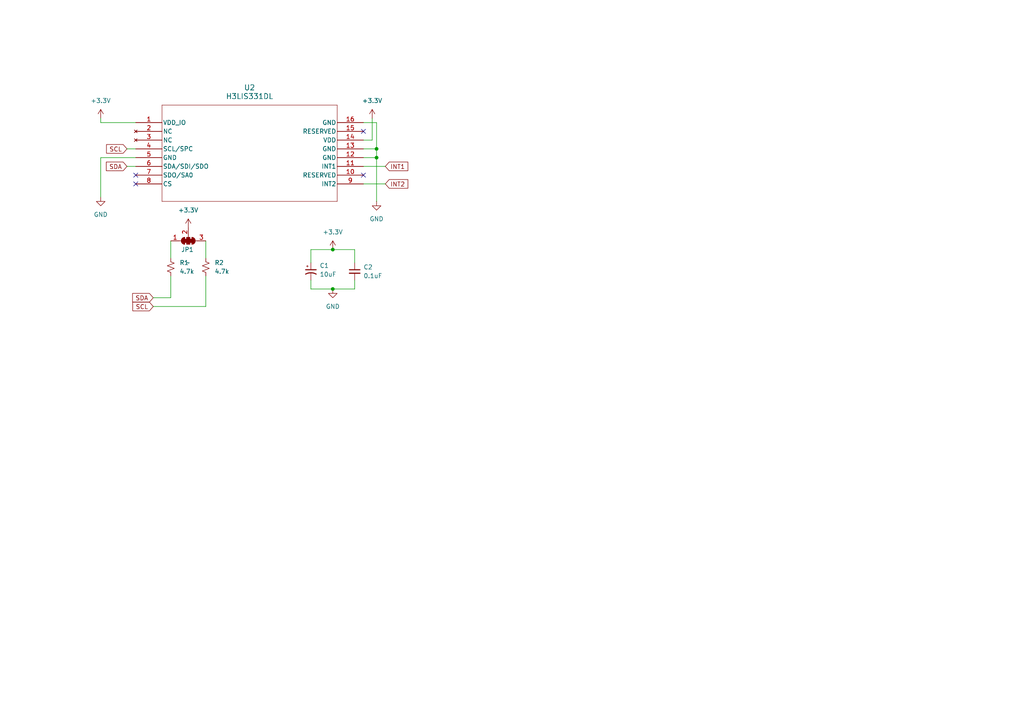
<source format=kicad_sch>
(kicad_sch (version 20250114) (generator "eeschema") (generator_version "9.0")
  (paper "A4")
  (lib_symbols
    (symbol "2026-02-07_23-51-03:H3LIS331DL" (pin_names (offset 0.254))
      (property "Reference" "U" (at 33.02 10.16 0))
      (property "Value" "H3LIS331DL" (at 33.02 7.62 0))
      (symbol "H3LIS331DL_0_1"
        (polyline (pts (xy 7.62 5.08) (xy 7.62 -22.86)) (stroke (width 0.127)))
        (polyline (pts (xy 7.62 -22.86) (xy 58.42 -22.86)) (stroke (width 0.127)))
        (polyline (pts (xy 58.42 5.08) (xy 7.62 5.08)) (stroke (width 0.127)))
        (polyline (pts (xy 58.42 -22.86) (xy 58.42 5.08)) (stroke (width 0.127)))
        (pin power_in line (at 0 0 0) (length 7.62) (name "VDD_IO") (number "1"))
        (pin no_connect line (at 0 -2.54 0) (length 7.62) (name "NC") (number "2"))
        (pin no_connect line (at 0 -5.08 0) (length 7.62) (name "NC") (number "3"))
        (pin bidirectional line (at 0 -7.62 0) (length 7.62) (name "SCL/SPC") (number "4"))
        (pin power_out line (at 0 -10.16 0) (length 7.62) (name "GND") (number "5"))
        (pin bidirectional line (at 0 -12.7 0) (length 7.62) (name "SDA/SDI/SDO") (number "6"))
        (pin bidirectional line (at 0 -15.24 0) (length 7.62) (name "SDO/SA0") (number "7"))
        (pin input line (at 0 -17.78 0) (length 7.62) (name "CS") (number "8"))
        (pin power_out line (at 66.04 0 180) (length 7.62) (name "GND") (number "16"))
        (pin power_out line (at 66.04 -2.54 180) (length 7.62) (name "RESERVED") (number "15"))
        (pin power_in line (at 66.04 -5.08 180) (length 7.62) (name "VDD") (number "14"))
        (pin power_out line (at 66.04 -7.62 180) (length 7.62) (name "GND") (number "13"))
        (pin power_out line (at 66.04 -10.16 180) (length 7.62) (name "GND") (number "12"))
        (pin output line (at 66.04 -12.7 180) (length 7.62) (name "INT1") (number "11"))
        (pin power_out line (at 66.04 -15.24 180) (length 7.62) (name "RESERVED") (number "10"))
        (pin output line (at 66.04 -17.78 180) (length 7.62) (name "INT2") (number "9"))
      )
    )
    (symbol "Device:C_Polarized_Small_US" (pin_numbers (hide yes)) (pin_names (offset 0.254) (hide yes))
      (property "Reference" "C" (at 0.254 1.778 0))
      (property "Value" "C_Polarized_Small_US" (at 0.254 -2.032 0))
      (symbol "C_Polarized_Small_US_0_1"
        (polyline (pts (xy -1.524 0.508) (xy 1.524 0.508)) (stroke (width 0.3048)))
        (polyline (pts (xy -1.27 1.524) (xy -0.762 1.524)))
        (polyline (pts (xy -1.016 1.27) (xy -1.016 1.778)))
        (arc (start -1.524 -0.762) (mid 0 -0.3734) (end 1.524 -0.762) (stroke (width 0.3048)))
      )
      (symbol "C_Polarized_Small_US_1_1"
        (pin passive line (at 0 2.54 270) (length 2.032) (name "~") (number "1"))
        (pin passive line (at 0 -2.54 90) (length 2.032) (name "~") (number "2"))
      )
    )
    (symbol "Device:C_Small" (pin_numbers (hide yes)) (pin_names (offset 0.254) (hide yes))
      (property "Reference" "C" (at 0.254 1.778 0))
      (property "Value" "C_Small" (at 0.254 -2.032 0))
      (symbol "C_Small_0_1"
        (polyline (pts (xy -1.524 0.508) (xy 1.524 0.508)) (stroke (width 0.3048)))
        (polyline (pts (xy -1.524 -0.508) (xy 1.524 -0.508)) (stroke (width 0.3302)))
      )
      (symbol "C_Small_1_1"
        (pin passive line (at 0 2.54 270) (length 2.032) (name "~") (number "1"))
        (pin passive line (at 0 -2.54 90) (length 2.032) (name "~") (number "2"))
      )
    )
    (symbol "Device:R_Small_US" (pin_numbers (hide yes)) (pin_names (offset 0.254) (hide yes))
      (property "Reference" "R" (at 0.762 0.508 0))
      (property "Value" "R_Small_US" (at 0.762 -1.016 0))
      (symbol "R_Small_US_1_1"
        (polyline (pts (xy 0 1.524) (xy 1.016 1.143) (xy 0 0.762) (xy -1.016 0.381) (xy 0 0)))
        (polyline (pts (xy 0 0) (xy 1.016 -0.381) (xy 0 -0.762) (xy -1.016 -1.143) (xy 0 -1.524)))
        (pin passive line (at 0 2.54 270) (length 1.016) (name "~") (number "1"))
        (pin passive line (at 0 -2.54 90) (length 1.016) (name "~") (number "2"))
      )
    )
    (symbol "Jumper:SolderJumper_3_Bridged123" (pin_names (offset 0) (hide yes)) (in_bom no)
      (property "Reference" "JP" (at -2.54 -2.54 0))
      (property "Value" "SolderJumper_3_Bridged123" (at 0 2.794 0))
      (symbol "SolderJumper_3_Bridged123_0_1"
        (polyline (pts (xy -2.54 0) (xy -2.032 0)))
        (polyline (pts (xy -1.016 1.016) (xy -1.016 -1.016)))
        (rectangle (start -1.016 0.508) (end -0.508 -0.508) (fill (type outline)))
        (arc (start -1.016 -1.016) (mid -2.0276 0) (end -1.016 1.016))
        (arc (start -1.016 -1.016) (mid -2.0276 0) (end -1.016 1.016) (fill (type outline)))
        (rectangle (start -0.508 1.016) (end 0.508 -1.016) (fill (type outline)))
        (polyline (pts (xy 0 -1.27) (xy 0 -1.016)))
        (rectangle (start 0.508 0.508) (end 1.016 -0.508) (fill (type outline)))
        (arc (start 1.016 1.016) (mid 2.0276 0) (end 1.016 -1.016))
        (arc (start 1.016 1.016) (mid 2.0276 0) (end 1.016 -1.016) (fill (type outline)))
        (polyline (pts (xy 1.016 1.016) (xy 1.016 -1.016)))
        (polyline (pts (xy 2.54 0) (xy 2.032 0)))
      )
      (symbol "SolderJumper_3_Bridged123_1_1"
        (pin passive line (at -5.08 0 0) (length 2.54) (name "A") (number "1"))
        (pin passive line (at 0 -3.81 90) (length 2.54) (name "C") (number "2"))
        (pin passive line (at 5.08 0 180) (length 2.54) (name "B") (number "3"))
      )
    )
    (symbol "power:+3.3V" (power) (pin_numbers (hide yes)) (pin_names (offset 0) (hide yes))
      (property "Value" "+3.3V" (at 0 3.556 0))
      (symbol "+3.3V_0_1"
        (polyline (pts (xy -0.762 1.27) (xy 0 2.54)))
        (polyline (pts (xy 0 2.54) (xy 0.762 1.27)))
        (polyline (pts (xy 0 0) (xy 0 2.54)))
      )
      (symbol "+3.3V_1_1"
        (pin power_in line (at 0 0 90) (length 0) (name "~") (number "1"))
      )
    )
    (symbol "power:GND" (power) (pin_numbers (hide yes)) (pin_names (offset 0) (hide yes))
      (property "Value" "GND" (at 0 -3.81 0))
      (symbol "GND_0_1"
        (polyline (pts (xy 0 0) (xy 0 -1.27) (xy 1.27 -1.27) (xy 0 -2.54) (xy -1.27 -1.27) (xy 0 -1.27)))
      )
      (symbol "GND_1_1"
        (pin power_in line (at 0 0 270) (length 0) (name "~") (number "1"))
      )
    )
  )
  (junction (at 109.22 45.72))
  (junction (at 109.22 43.18))
  (junction (at 96.52 83.82))
  (junction (at 96.52 72.39))
  (no_connect (at 39.37 50.8))
  (no_connect (at 105.41 38.1))
  (no_connect (at 105.41 50.8))
  (no_connect (at 39.37 53.34))
  (wire (pts (xy 36.83 43.18) (xy 39.37 43.18)))
  (wire (pts (xy 90.17 72.39) (xy 96.52 72.39)))
  (wire (pts (xy 105.41 40.64) (xy 107.95 40.64)))
  (wire (pts (xy 90.17 76.2) (xy 90.17 72.39)))
  (wire (pts (xy 44.45 86.36) (xy 49.53 86.36)))
  (wire (pts (xy 29.21 45.72) (xy 29.21 57.15)))
  (wire (pts (xy 90.17 83.82) (xy 90.17 81.28)))
  (wire (pts (xy 49.53 69.85) (xy 49.53 74.93)))
  (wire (pts (xy 105.41 35.56) (xy 109.22 35.56)))
  (wire (pts (xy 102.87 76.2) (xy 102.87 72.39)))
  (wire (pts (xy 105.41 48.26) (xy 111.76 48.26)))
  (wire (pts (xy 29.21 35.56) (xy 29.21 34.29)))
  (wire (pts (xy 109.22 35.56) (xy 109.22 43.18)))
  (wire (pts (xy 39.37 35.56) (xy 29.21 35.56)))
  (wire (pts (xy 109.22 58.42) (xy 109.22 45.72)))
  (wire (pts (xy 109.22 45.72) (xy 109.22 43.18)))
  (wire (pts (xy 102.87 83.82) (xy 102.87 81.28)))
  (wire (pts (xy 105.41 45.72) (xy 109.22 45.72)))
  (wire (pts (xy 36.83 48.26) (xy 39.37 48.26)))
  (wire (pts (xy 44.45 88.9) (xy 59.69 88.9)))
  (wire (pts (xy 105.41 53.34) (xy 111.76 53.34)))
  (wire (pts (xy 102.87 72.39) (xy 96.52 72.39)))
  (wire (pts (xy 105.41 43.18) (xy 109.22 43.18)))
  (wire (pts (xy 29.21 45.72) (xy 39.37 45.72)))
  (wire (pts (xy 107.95 40.64) (xy 107.95 34.29)))
  (wire (pts (xy 96.52 83.82) (xy 90.17 83.82)))
  (wire (pts (xy 59.69 69.85) (xy 59.69 74.93)))
  (wire (pts (xy 96.52 83.82) (xy 102.87 83.82)))
  (wire (pts (xy 49.53 86.36) (xy 49.53 80.01)))
  (wire (pts (xy 59.69 88.9) (xy 59.69 80.01)))
  (global_label "SCL" (shape input) (at 44.45 88.9 180) (property "Intersheetrefs" "${INTERSHEET_REFS}" (effects (hide yes))))
  (global_label "INT1" (shape input) (at 111.76 48.26 0) (property "Intersheetrefs" "${INTERSHEET_REFS}" (effects (hide yes))))
  (global_label "SCL" (shape input) (at 36.83 43.18 180) (property "Intersheetrefs" "${INTERSHEET_REFS}" (effects (hide yes))))
  (global_label "INT2" (shape input) (at 111.76 53.34 0) (property "Intersheetrefs" "${INTERSHEET_REFS}" (effects (hide yes))))
  (global_label "SDA" (shape input) (at 44.45 86.36 180) (property "Intersheetrefs" "${INTERSHEET_REFS}" (effects (hide yes))))
  (global_label "SDA" (shape input) (at 36.83 48.26 180) (property "Intersheetrefs" "${INTERSHEET_REFS}" (effects (hide yes))))
  (symbol (lib_id "power:GND") (at 109.22 58.42 0) (mirror y) (unit 1)
    (property "Reference" "#PWR01" (effects (hide yes)))
    (property "Value" "GND" (at 109.22 63.5 0))
    (property "Description" "Power symbol creates a global label with name \"GND\" , ground" (effects (hide yes)))
  )
  (symbol (lib_id "Device:C_Polarized_Small_US") (at 90.17 78.74 0) (unit 1)
    (property "Reference" "C1" (at 92.71 77.0381 0) (effects (justify left)))
    (property "Value" "10uF" (at 92.71 79.5781 0) (effects (justify left)))
    (property "Description" "Polarized capacitor, small US symbol" (effects (hide yes)))
  )
  (symbol (lib_id "Device:R_Small_US") (at 59.69 77.47 0) (unit 1)
    (property "Reference" "R2" (at 62.23 76.1999 0) (effects (justify left)))
    (property "Value" "4.7k" (at 62.23 78.7399 0) (effects (justify left)))
    (property "Description" "Resistor, small US symbol" (effects (hide yes)))
  )
  (symbol (lib_id "power:+3.3V") (at 107.95 34.29 0) (unit 1)
    (property "Reference" "#PWR02" (effects (hide yes)))
    (property "Value" "+3.3V" (at 107.95 29.21 0))
    (property "Description" "Power symbol creates a global label with name \"+3.3V\"" (effects (hide yes)))
  )
  (symbol (lib_id "power:GND") (at 29.21 57.15 0) (unit 1)
    (property "Reference" "#PWR04" (effects (hide yes)))
    (property "Value" "GND" (at 29.21 62.23 0))
    (property "Description" "Power symbol creates a global label with name \"GND\" , ground" (effects (hide yes)))
  )
  (symbol (lib_id "Device:C_Small") (at 102.87 78.74 0) (unit 1)
    (property "Reference" "C2" (at 105.41 77.4762 0) (effects (justify left)))
    (property "Value" "0.1uF" (at 105.41 80.0162 0) (effects (justify left)))
    (property "Description" "Unpolarized capacitor, small symbol" (effects (hide yes)))
  )
  (symbol (lib_id "power:+3.3V") (at 54.61 66.04 0) (unit 1)
    (property "Reference" "#PWR07" (effects (hide yes)))
    (property "Value" "+3.3V" (at 54.61 60.96 0))
    (property "Description" "Power symbol creates a global label with name \"+3.3V\"" (effects (hide yes)))
  )
  (symbol (lib_id "power:GND") (at 96.52 83.82 0) (unit 1)
    (property "Reference" "#PWR05" (effects (hide yes)))
    (property "Value" "GND" (at 96.52 88.9 0))
    (property "Description" "Power symbol creates a global label with name \"GND\" , ground" (effects (hide yes)))
  )
  (symbol (lib_id "Device:R_Small_US") (at 49.53 77.47 0) (unit 1)
    (property "Reference" "R1" (at 52.07 76.1999 0) (effects (justify left)))
    (property "Value" "4.7k" (at 52.07 78.7399 0) (effects (justify left)))
    (property "Description" "Resistor, small US symbol" (effects (hide yes)))
  )
  (symbol (lib_id "2026-02-07_23-51-03:H3LIS331DL") (at 39.37 35.56 0) (unit 1)
    (property "Reference" "U2" (at 72.39 25.4 0) (effects (font (size 1.524 1.524))))
    (property "Value" "H3LIS331DL" (at 72.39 27.94 0) (effects (font (size 1.524 1.524))))
    (property "Footprint" "TFLGA16_3X3X1_STM" (effects (hide yes)))
    (property "Datasheet" "https://www.st.com/resource/en/datasheet/h3lis331dl.pdf" (effects (hide yes)))
  )
  (symbol (lib_id "Jumper:SolderJumper_3_Bridged123") (at 54.61 69.85 0) (mirror x) (unit 1) (in_bom no)
    (property "Reference" "JP1" (at 54.356 72.39 0))
    (property "Value" "~" (at 54.61 76.2 0))
    (property "Description" "Solder Jumper, 3-pole, pins 1+2+3 closed/bridged" (effects (hide yes)))
  )
  (symbol (lib_id "power:+3.3V") (at 29.21 34.29 0) (unit 1)
    (property "Reference" "#PWR03" (effects (hide yes)))
    (property "Value" "+3.3V" (at 29.21 29.21 0))
    (property "Description" "Power symbol creates a global label with name \"+3.3V\"" (effects (hide yes)))
  )
  (symbol (lib_id "power:+3.3V") (at 96.52 72.39 0) (unit 1)
    (property "Reference" "#PWR06" (effects (hide yes)))
    (property "Value" "+3.3V" (at 96.52 67.31 0))
    (property "Description" "Power symbol creates a global label with name \"+3.3V\"" (effects (hide yes)))
  )
)
</source>
